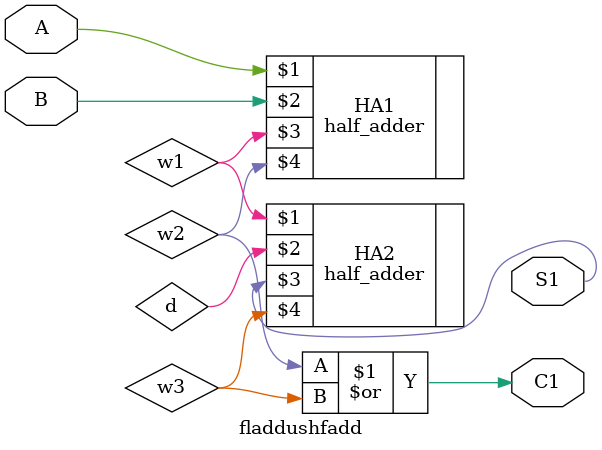
<source format=v>

module fladdushfadd(A,B,S1,C1);

input A;
input B;
output S1;
output C1; 

wire w1;
wire w2;
wire w3;

half_adder HA1(A,B,w1,w2);
half_adder HA2(w1,d,S1,w3);
or o1(C1,w2,w3);

endmodule
</source>
